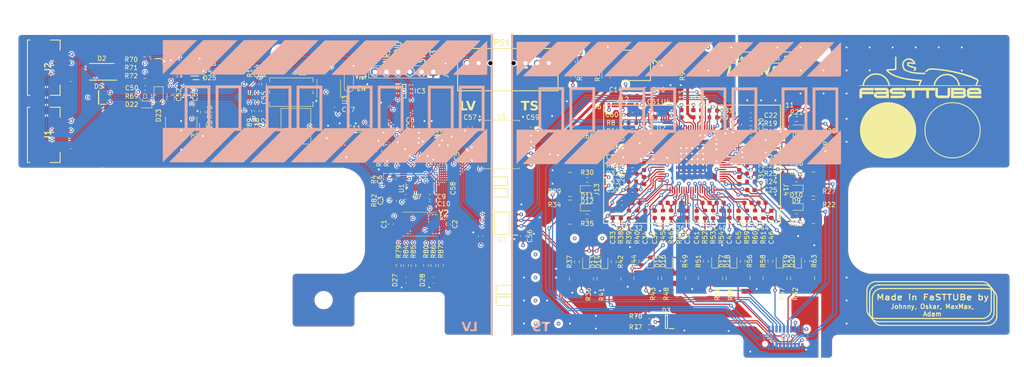
<source format=kicad_pcb>
(kicad_pcb
	(version 20240108)
	(generator "pcbnew")
	(generator_version "8.0")
	(general
		(thickness 1.599978)
		(legacy_teardrops no)
	)
	(paper "A4")
	(layers
		(0 "F.Cu" signal)
		(1 "In1.Cu" signal)
		(2 "In2.Cu" signal)
		(31 "B.Cu" signal)
		(32 "B.Adhes" user "B.Adhesive")
		(33 "F.Adhes" user "F.Adhesive")
		(34 "B.Paste" user)
		(35 "F.Paste" user)
		(36 "B.SilkS" user "B.Silkscreen")
		(37 "F.SilkS" user "F.Silkscreen")
		(38 "B.Mask" user)
		(39 "F.Mask" user)
		(40 "Dwgs.User" user "User.Drawings")
		(41 "Cmts.User" user "User.Comments")
		(42 "Eco1.User" user "User.Eco1")
		(43 "Eco2.User" user "User.Eco2")
		(44 "Edge.Cuts" user)
		(45 "Margin" user)
		(46 "B.CrtYd" user "B.Courtyard")
		(47 "F.CrtYd" user "F.Courtyard")
		(48 "B.Fab" user)
		(49 "F.Fab" user)
		(50 "User.1" user)
		(51 "User.2" user)
		(52 "User.3" user)
		(53 "User.4" user)
		(54 "User.5" user)
		(55 "User.6" user)
		(56 "User.7" user)
		(57 "User.8" user)
		(58 "User.9" user)
	)
	(setup
		(stackup
			(layer "F.SilkS"
				(type "Top Silk Screen")
			)
			(layer "F.Paste"
				(type "Top Solder Paste")
			)
			(layer "F.Mask"
				(type "Top Solder Mask")
				(thickness 0.01)
			)
			(layer "F.Cu"
				(type "copper")
				(thickness 0.035)
			)
			(layer "dielectric 1"
				(type "prepreg")
				(thickness 0.1)
				(material "FR4")
				(epsilon_r 4.5)
				(loss_tangent 0.02)
			)
			(layer "In1.Cu"
				(type "copper")
				(thickness 0.035)
			)
			(layer "dielectric 2"
				(type "core")
				(thickness 1.239978)
				(material "FR4")
				(epsilon_r 4.5)
				(loss_tangent 0.02)
			)
			(layer "In2.Cu"
				(type "copper")
				(thickness 0.035)
			)
			(layer "dielectric 3"
				(type "prepreg")
				(thickness 0.1)
				(material "FR4")
				(epsilon_r 4.5)
				(loss_tangent 0.02)
			)
			(layer "B.Cu"
				(type "copper")
				(thickness 0.035)
			)
			(layer "B.Mask"
				(type "Bottom Solder Mask")
				(thickness 0.01)
			)
			(layer "B.Paste"
				(type "Bottom Solder Paste")
			)
			(layer "B.SilkS"
				(type "Bottom Silk Screen")
			)
			(copper_finish "None")
			(dielectric_constraints no)
		)
		(pad_to_mask_clearance 0)
		(allow_soldermask_bridges_in_footprints no)
		(aux_axis_origin 50 75)
		(pcbplotparams
			(layerselection 0x00010fc_ffffffff)
			(plot_on_all_layers_selection 0x0000000_00000001)
			(disableapertmacros no)
			(usegerberextensions no)
			(usegerberattributes yes)
			(usegerberadvancedattributes yes)
			(creategerberjobfile yes)
			(dashed_line_dash_ratio 12.000000)
			(dashed_line_gap_ratio 3.000000)
			(svgprecision 4)
			(plotframeref no)
			(viasonmask no)
			(mode 1)
			(useauxorigin no)
			(hpglpennumber 1)
			(hpglpenspeed 20)
			(hpglpendiameter 15.000000)
			(pdf_front_fp_property_popups yes)
			(pdf_back_fp_property_popups yes)
			(dxfpolygonmode yes)
			(dxfimperialunits yes)
			(dxfusepcbnewfont yes)
			(psnegative no)
			(psa4output no)
			(plotreference yes)
			(plotvalue yes)
			(plotfptext yes)
			(plotinvisibletext no)
			(sketchpadsonfab no)
			(subtractmaskfromsilk no)
			(outputformat 1)
			(mirror no)
			(drillshape 0)
			(scaleselection 1)
			(outputdirectory "Gerber1/")
		)
	)
	(net 0 "")
	(net 1 "+3V3")
	(net 2 "/CAN/CANH")
	(net 3 "/CAN/CANL")
	(net 4 "Net-(D1-A)")
	(net 5 "/µC/LED1_R")
	(net 6 "/µC/SWCLK")
	(net 7 "GND")
	(net 8 "/µC/SWDIO")
	(net 9 "/µC/NRST")
	(net 10 "/µC/Trace_SWO")
	(net 11 "unconnected-(U1-PC13-Pad2)")
	(net 12 "unconnected-(U1-PC14-Pad3)")
	(net 13 "unconnected-(U1-PC15-Pad4)")
	(net 14 "/µC/LED1_G")
	(net 15 "/µC/LED1_B")
	(net 16 "/µC/LED2_R")
	(net 17 "/µC/LED2_G")
	(net 18 "unconnected-(U1-PA1-Pad11)")
	(net 19 "/µC/LED2_B")
	(net 20 "unconnected-(U1-PA8-Pad29)")
	(net 21 "Net-(D22-A)")
	(net 22 "Net-(D26-A)")
	(net 23 "Net-(U3-CANH)")
	(net 24 "Net-(U3-CANL)")
	(net 25 "unconnected-(U1-PB1-Pad19)")
	(net 26 "unconnected-(U1-PB2-Pad20)")
	(net 27 "Net-(U2-IPB)")
	(net 28 "/µC/TMP_SCL")
	(net 29 "/BMS/TMP_SCL")
	(net 30 "/BMS/TMP_SDA")
	(net 31 "+5V")
	(net 32 "/µC/SCK")
	(net 33 "/µC/MOSI")
	(net 34 "/µC/MISO")
	(net 35 "/µC/CSB")
	(net 36 "unconnected-(U1-PB0-Pad18)")
	(net 37 "/µC/PROM_SDA")
	(net 38 "/µC/PROM_SCL")
	(net 39 "unconnected-(U1-PB3-Pad39)")
	(net 40 "unconnected-(U1-PB4-Pad40)")
	(net 41 "unconnected-(U1-PB5-Pad41)")
	(net 42 "unconnected-(U1-PB8-Pad45)")
	(net 43 "unconnected-(U1-PB9-Pad46)")
	(net 44 "/BMS/Filter_Balance_Network_last/CB")
	(net 45 "/BMS/Filter_Balance_Network_last/CB:A")
	(net 46 "/BMS/~{CS}")
	(net 47 "/BMS/Filter_Balance_Network_last/SAP")
	(net 48 "/BMS/Filter_Balance_Network_last/CA")
	(net 49 "/BMS/Filter_Balance_Network2/CB")
	(net 50 "/BMS/MISO")
	(net 51 "/BMS/Filter_Balance_Network2/SBP")
	(net 52 "/BMS/Filter_Balance_Network2/CB:A")
	(net 53 "/BMS/MOSI")
	(net 54 "/BMS/Filter_Balance_Network2/SAP")
	(net 55 "/BMS/Filter_Balance_Network2/CA")
	(net 56 "/BMS/Filter_Balance_Network4/CB")
	(net 57 "/BMS/SCK")
	(net 58 "/BMS/Filter_Balance_Network4/SBP")
	(net 59 "/BMS/Filter_Balance_Network4/CB:A")
	(net 60 "unconnected-(IC4-NC_1-Pad1)")
	(net 61 "/BMS/Filter_Balance_Network4/SAP")
	(net 62 "/BMS/Filter_Balance_Network4/CA")
	(net 63 "/BMS/Filter_Balance_Network5/CB")
	(net 64 "unconnected-(IC4-NC_2-Pad2)")
	(net 65 "/BMS/Filter_Balance_Network5/SBP")
	(net 66 "/BMS/Filter_Balance_Network5/CB:A")
	(net 67 "unconnected-(IC4-NC_3-Pad3)")
	(net 68 "/BMS/Filter_Balance_Network5/SAP")
	(net 69 "/BMS/Filter_Balance_Network5/CA")
	(net 70 "/BMS/Filter_Balance_Network6/CB")
	(net 71 "/µC/PROM_WC")
	(net 72 "/BMS/Filter_Balance_Network6/SBP")
	(net 73 "/BMS/Filter_Balance_Network6/CB:A")
	(net 74 "/BMS/Filter_Balance_Network6/SAP")
	(net 75 "/BMS/Filter_Balance_Network6/CA")
	(net 76 "/BMS/Filter_Balance_Network7/CB")
	(net 77 "/BMS/Filter_Balance_Network7/SBP")
	(net 78 "/BMS/Filter_Balance_Network7/CB:A")
	(net 79 "unconnected-(IC6-DVDT-Pad2)")
	(net 80 "/BMS/Filter_Balance_Network7/SAP")
	(net 81 "/BMS/Filter_Balance_Network7/CA")
	(net 82 "/BMS/Filter_Balance_Network1/CB")
	(net 83 "Net-(IC6-EN{slash}UVLO)")
	(net 84 "/BMS/Filter_Balance_Network1/SBP")
	(net 85 "/BMS/Filter_Balance_Network1/CB:A")
	(net 86 "+BATT")
	(net 87 "/BMS/Filter_Balance_Network1/SAP")
	(net 88 "/BMS/Filter_Balance_Network1/CA")
	(net 89 "/BMS/Filter_Balance_Network/CB")
	(net 90 "+12V")
	(net 91 "/BMS/Filter_Balance_Network/SBP")
	(net 92 "/BMS/Filter_Balance_Network/CB:A")
	(net 93 "unconnected-(IC6-~{FLT}-Pad6)")
	(net 94 "/BMS/Filter_Balance_Network/SAP")
	(net 95 "Net-(IC6-ILM)")
	(net 96 "Net-(IC6-OVLO{slash}OVCSEL)")
	(net 97 "/BMS/Filter_Balance_Network/CellA+{slash}CellB-")
	(net 98 "/BMS/Filter_Balance_Network/CellB+")
	(net 99 "Net-(U2-IMB)")
	(net 100 "Net-(U1-PB11)")
	(net 101 "/BMS/Filter_Balance_Network1/CellA+{slash}CellB-")
	(net 102 "/BMS/Filter_Balance_Network2/CellA-")
	(net 103 "unconnected-(U2-NC-Pad66)")
	(net 104 "GND1")
	(net 105 "/BMS/Filter_Balance_Network7/CellA+{slash}CellB-")
	(net 106 "/BMS/Filter_Balance_Network4/CellA-")
	(net 107 "/BMS/Filter_Balance_Network6/CellA+{slash}CellB-")
	(net 108 "unconnected-(U2-GPIO10-Pad71)")
	(net 109 "unconnected-(U2-GPIO9-Pad72)")
	(net 110 "unconnected-(U2-GPIO8-Pad73)")
	(net 111 "unconnected-(U2-GPIO7-Pad74)")
	(net 112 "unconnected-(U2-GPIO6-Pad75)")
	(net 113 "unconnected-(U2-GPIO3-Pad78)")
	(net 114 "unconnected-(U2-GPIO2-Pad79)")
	(net 115 "unconnected-(U2-GPIO1-Pad80)")
	(net 116 "/BMS/Filter_Balance_Network5/CellA-")
	(net 117 "/BMS/Filter_Balance_Network5/CellA+{slash}CellB-")
	(net 118 "/BMS/Filter_Balance_Network6/CellA-")
	(net 119 "/BMS/Filter_Balance_Network4/CellA+{slash}CellB-")
	(net 120 "/BMS/Filter_Balance_Network1/CellB+")
	(net 121 "/BMS/Filter_Balance_Network2/CellA+{slash}CellB-")
	(net 122 "/BMS/Filter_Balance_Network2/CellB+")
	(net 123 "Net-(PS1-FB)")
	(net 124 "Net-(Q2-B)")
	(net 125 "Net-(Q2-C)")
	(net 126 "Net-(Q2-E)")
	(net 127 "/CAN/CAN_Term")
	(net 128 "/µC/OSC_IN")
	(net 129 "/µC/OSC_OUT")
	(net 130 "/CAN/CAN_Rx")
	(net 131 "/CAN/CAN_Tx")
	(net 132 "Net-(U1-BOOT0)")
	(net 133 "Net-(U2-V+)")
	(net 134 "Net-(U2-VREF2)")
	(net 135 "Net-(U2-VREF1)")
	(net 136 "/CAN/V_{ref}")
	(net 137 "Net-(D7-A)")
	(net 138 "Net-(D8-A)")
	(net 139 "Net-(D9-A)")
	(net 140 "Net-(D10-A)")
	(net 141 "Net-(D11-A)")
	(net 142 "Net-(D12-A)")
	(net 143 "Net-(D13-A)")
	(net 144 "Net-(D14-A)")
	(net 145 "Net-(D15-A)")
	(net 146 "Net-(D16-A)")
	(net 147 "Net-(D17-A)")
	(net 148 "Net-(D18-A)")
	(net 149 "Net-(D19-A)")
	(net 150 "Net-(D20-A)")
	(net 151 "Net-(D21-A)")
	(net 152 "VBUS")
	(net 153 "Net-(U1-PB10)")
	(net 154 "Net-(U1-PB13)")
	(net 155 "Net-(U2-DRIVE)")
	(net 156 "/BMS/Filter_Balance_Network/CA")
	(net 157 "Net-(U1-PB12)")
	(net 158 "Net-(U1-PB14)")
	(net 159 "Net-(U1-PB15)")
	(net 160 "/µC/TMP_SDA")
	(net 161 "Net-(R83-Pad2)")
	(net 162 "Net-(U3-Rs)")
	(net 163 "Net-(JP1-C)")
	(net 164 "Net-(D2-A)")
	(net 165 "Net-(U2-VREG)")
	(net 166 "unconnected-(U6-Pad3)")
	(net 167 "unconnected-(U6-Pad5)")
	(net 168 "unconnected-(U4-ALERT-Pad3)")
	(net 169 "unconnected-(U1-PA0-Pad10)")
	(footprint "Capacitor_SMD:C_0603_1608Metric" (layer "F.Cu") (at 206.7285 103.8745 90))
	(footprint "Resistor_SMD:R_1020_2550Metric" (layer "F.Cu") (at 192.4675 128.1525 90))
	(footprint "Resistor_SMD:R_0603_1608Metric" (layer "F.Cu") (at 219.1675 93.5775 180))
	(footprint "Resistor_SMD:R_0603_1608Metric" (layer "F.Cu") (at 183.5425 94.3815))
	(footprint "Capacitor_SMD:C_0603_1608Metric" (layer "F.Cu") (at 161.899695 95.299695 -90))
	(footprint "Capacitor_SMD:C_0603_1608Metric" (layer "F.Cu") (at 77.8 86.8 180))
	(footprint "Resistor_SMD:R_0603_1608Metric" (layer "F.Cu") (at 208.3675 114.2775 90))
	(footprint "Resistor_SMD:R_0603_1608Metric" (layer "F.Cu") (at 187.2 136.4))
	(footprint "Slave:QFP-80_12x12_Pitch0.5mm" (layer "F.Cu") (at 196.4675 102.2775))
	(footprint "Resistor_SMD:R_0603_1608Metric" (layer "F.Cu") (at 219.0925 106.6775 180))
	(footprint "Package_SO:SOIC-16W_7.5x10.3mm_P1.27mm" (layer "F.Cu") (at 155.099695 99.099695))
	(footprint "Resistor_SMD:R_0603_1608Metric" (layer "F.Cu") (at 128.6 100.5 90))
	(footprint "Connector_PinSocket_2.54mm:PinSocket_1x06_P2.54mm_Vertical" (layer "F.Cu") (at 140.325 83.325 -90))
	(footprint "Slave:SOT95P230X117-3N" (layer "F.Cu") (at 67.7 88.85 180))
	(footprint "Capacitor_SMD:C_0603_1608Metric" (layer "F.Cu") (at 197.4675 114.2775 -90))
	(footprint "Resistor_SMD:R_0603_1608Metric" (layer "F.Cu") (at 209.2285 98.0745 180))
	(footprint "Resistor_SMD:R_0603_1608Metric" (layer "F.Cu") (at 173.7175 114.7775))
	(footprint "Resistor_SMD:R_0603_1608Metric" (layer "F.Cu") (at 183.5285 96.2065))
	(footprint "Resistor_SMD:R_0603_1608Metric" (layer "F.Cu") (at 77.7 82.4 180))
	(footprint "Resistor_SMD:R_0603_1608Metric" (layer "F.Cu") (at 170.6 81.1 -90))
	(footprint "Capacitor_SMD:C_0603_1608Metric" (layer "F.Cu") (at 206.7285 106.9395 90))
	(footprint "Resistor_SMD:R_1020_2550Metric" (layer "F.Cu") (at 214.4675 128.1525 90))
	(footprint "Slave:Wuerth_Elektronik_3600637250S" (layer "F.Cu") (at 196.4675 103.3775))
	(footprint "Capacitor_SMD:C_0603_1608Metric" (layer "F.Cu") (at 102 91.825 90))
	(footprint "Slave:SODFL1608X59N" (layer "F.Cu") (at 88.8 84.6))
	(footprint "Slave:SON50P200X200X80-9N" (layer "F.Cu") (at 190.605 92.3 90))
	(footprint "LED_SMD:LED_0603_1608Metric" (layer "F.Cu") (at 219.1675 95.5775 180))
	(footprint "Resistor_SMD:R_0603_1608Metric" (layer "F.Cu") (at 211.9235 114.2775 90))
	(footprint "Resistor_SMD:R_0603_1608Metric" (layer "F.Cu") (at 209.2285 96.2965 180))
	(footprint "Slave:2059710041" (layer "F.Cu") (at 55.8 97 90))
	(footprint "Resistor_SMD:R_1206_3216Metric" (layer "F.Cu") (at 177.8 84 90))
	(footprint "Resistor_SMD:R_1020_2550Metric"
		(layer "F.Cu")
		(uuid "308b5553-f79c-46eb-845b-750481ffefb7")
		(at 186.4675 128.1525 90)
		(descr "Resistor SMD 1020 (2550 Metric), square (rectangular) end terminal, IPC_7351 nominal, (Body size source: https://www.vishay.com/docs/20019/rcwe.pdf), generated with kicad-footprint-generator")
		(tags "resistor")
		(property "Reference" "R43"
			(at -3.4 1.5 -90)
			(layer "F.SilkS")
			(uuid "22e9e064-6408-4936-8e1e-7d3de67210b0")
			(effects
				(font
					(size 1 1)
					(thickness 0.15)
				)
			)
		)
		(property "Value" "16"
			(at 0 3.55 -90)
			(layer "F.Fab")
			(uuid "9cee4ec3-6d77-4137-bdc5-4a40d33f2d62")
			(effects
				(font
					(size 1 1)
					(thickness 0.15)
				)
			)
		)
		(property "Footprint" "Resistor_SMD:R_1020_2550Metric"
			(at 0 0 90)
			(unlocked yes)
			(layer "F.Fab")
			(hide yes)
			(uuid "037224cf-c74c-418a-82e8-181573d88552")
			(effects
				(font
					(size 1.27 1.27)
				)
			)
		)
		(property "Datasheet" "https://www.te.com/commerce/DocumentDelivery/DDEController?Action=showdoc&DocId=Data+Sheet%7Fcgs-3430-series-ds%7F2212%7Fpdf%7FEnglish%7FENG_DS_cgs-3430-series-ds_2212.pdf%7F3-2176562-1"
			(at 0 0 90)
			(unlocked yes)
			(layer "F.Fab")
			(hide yes)
			(uuid "eee4495c-7c2a-46d5-bdc2-f21f758684dd")
			(effects
				(font
					(size 1.27 1.27)
				)
			)
		)
		(property "Description" ""
			(at 0 0 90)
			(unlocked yes)
			(layer "F.Fab")
			(hide yes)
			(uuid "5c82bd52-50e0-4454-8f12-c3f658f12fce")
			(effects
				(font
					(size 1.27 1.27)
				)
			)
		)
		(property ki_fp_filters "R_*")
		(path "/2536baa4-823e-48c2-9277-701b260ef4ec/3ad3b25e-daa5-4ab1-baf4-82d539eecaea/e33e525c-8579-4197-85a7-e262e84bdd4e")
		(sheetname "Filter_Balance_Network5")
		(sheetfile "FT24-AMS-Slave-v1-BMS-Filter_Balance_Network.kicad_sch")
		(attr smd)
		(fp_line
			(start -0.361252 -2.61)
			(end 0.361252 -2.61)
			(stroke
				(width 0.12)
				(type solid)
			)
			(layer "F.SilkS")
			(uuid "8df6baa6-8efa-48fd-b4eb-35686da2621d")
		)
		(fp_line
			(start -0.361252 2.61)
			(end 0.361252 2.61)
			(stroke
				(width 0.12)
				(type solid)
			)
			(layer "F.SilkS")
			(uuid "b4941493-9859-403e-a531-6c35aa5ff429")
		)
		(fp_line
			(start 1.95 -2.85)
			(end 1.95 2.85)
			(stroke
				(width 0.05)
				(type solid)
			)
			(layer "F.CrtYd")
			(uuid "b55db69f-06b9-4066-b266-ffbf6f270c58")
		)
		(fp_line
			(start -1.95 -2.85)
			(end 1.95 -2.85)
			(stroke
				(width 0.05)
				(type solid)
			)
			(layer "F.CrtYd")
			(uuid "f6ad0e35-5409-4fa4-b109-67ab7cf35c09")
		)
		(fp_line
			(start 1.95 2.85)
			(end -1.95 2.85)
			(stroke
				(width 0.05)
				(type solid)
			)
			(layer "F.CrtYd")
			(uuid "a6ab8dc0-d91d-418b-87d6-3f4123dc64e9")
		)
		(fp_line
			(start -1.95 2.85)
			(end -1.95 -2.85)
			(stroke
				(width 0.05)
				(type solid)
			)
			(layer "F.CrtYd")
			(uuid "c0c47369-ad5e-4eac-9f7f-f320d6d712d6")
		)
		(fp_line
			(start 1.25 -2.5)
			(end 1.25 2.5)
			(stroke
				(width 0.1)
				(type solid)
			)
			(layer "F.Fab")
			(uuid "11265c8f-e3eb-4df1-90a1-db4423531dc5")
		)
		(fp_line
			(start -1.25 -2.5)
			(end 1.25 -2.5)
			(stroke
				(width 0.1)
				(type solid)
			)
			(layer "F.Fab")
			(uuid "7270a302-0966-4748-8247-1471d6ea4bda")
		)
		(fp_line
			(start 1.25 2.5)
			(end -1.25 2.5)
			(stroke
				(width 0.1)
				(type solid)
			)
			(layer "F.Fab")
			(uuid "cff20ece-363f-4976-b7b9-cad9aac7353d")
		)
		(fp_line
			(start -1.25 2.5)
			(end -1.25 -2.5)
			(stroke
				(width 0.1)
				(type solid)
			)
			(layer "F.Fab")
			(uuid "10e8f84e-7860-4585-b7cb-dffc60033231")
		)
		(fp_text user "${REFERENCE}"
			(at 0 0 -90)
			(layer "F.Fab
... [2767815 chars truncated]
</source>
